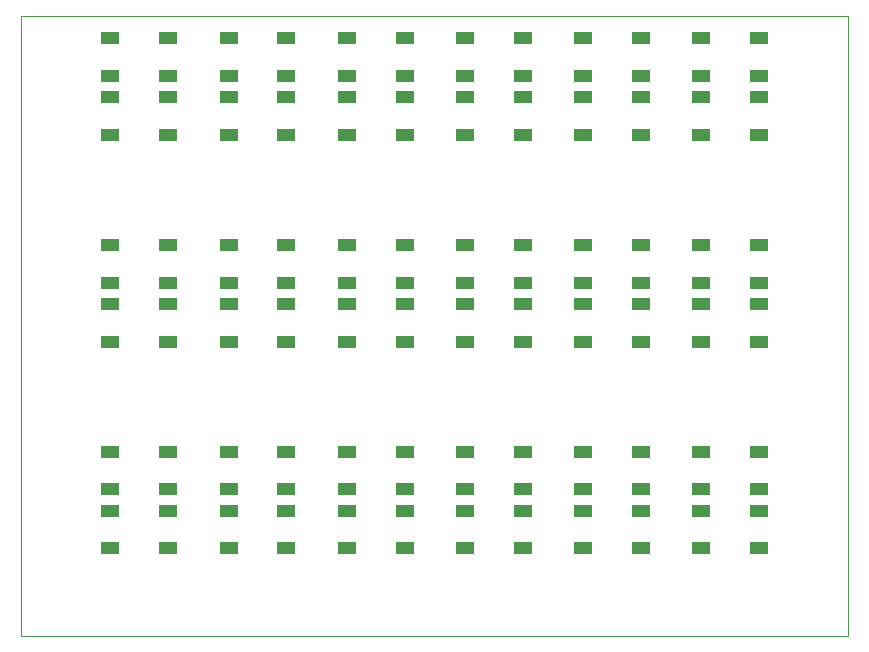
<source format=gbr>
G04 #@! TF.GenerationSoftware,KiCad,Pcbnew,5.1.10-88a1d61d58~90~ubuntu21.04.1*
G04 #@! TF.CreationDate,2021-10-15T10:00:42+02:00*
G04 #@! TF.ProjectId,IndicatorLeds,496e6469-6361-4746-9f72-4c6564732e6b,rev?*
G04 #@! TF.SameCoordinates,Original*
G04 #@! TF.FileFunction,Paste,Top*
G04 #@! TF.FilePolarity,Positive*
%FSLAX46Y46*%
G04 Gerber Fmt 4.6, Leading zero omitted, Abs format (unit mm)*
G04 Created by KiCad (PCBNEW 5.1.10-88a1d61d58~90~ubuntu21.04.1) date 2021-10-15 10:00:42*
%MOMM*%
%LPD*%
G01*
G04 APERTURE LIST*
G04 #@! TA.AperFunction,Profile*
%ADD10C,0.100000*%
G04 #@! TD*
%ADD11R,1.500000X1.000000*%
G04 APERTURE END LIST*
D10*
X45000000Y-49999000D02*
X110000000Y-49999000D01*
X45000000Y-102501000D02*
X45000000Y-49999000D01*
X115001000Y-102501000D02*
X45000000Y-102501000D01*
X115001000Y-49999000D02*
X115001000Y-102501000D01*
X110000000Y-49999000D02*
X115001000Y-49999000D01*
D11*
G04 #@! TO.C,D1*
X107450026Y-95100011D03*
X107450026Y-91900011D03*
X102550026Y-95100011D03*
X102550026Y-91900011D03*
G04 #@! TD*
G04 #@! TO.C,D2*
X107450026Y-90100011D03*
X107450026Y-86900011D03*
X102550026Y-90100011D03*
X102550026Y-86900011D03*
G04 #@! TD*
G04 #@! TO.C,D1*
X97450021Y-95100011D03*
X97450021Y-91900011D03*
X92550021Y-95100011D03*
X92550021Y-91900011D03*
G04 #@! TD*
G04 #@! TO.C,D2*
X97450021Y-90100011D03*
X97450021Y-86900011D03*
X92550021Y-90100011D03*
X92550021Y-86900011D03*
G04 #@! TD*
G04 #@! TO.C,D1*
X87450016Y-95100011D03*
X87450016Y-91900011D03*
X82550016Y-95100011D03*
X82550016Y-91900011D03*
G04 #@! TD*
G04 #@! TO.C,D2*
X87450016Y-90100011D03*
X87450016Y-86900011D03*
X82550016Y-90100011D03*
X82550016Y-86900011D03*
G04 #@! TD*
G04 #@! TO.C,D1*
X77450011Y-95100011D03*
X77450011Y-91900011D03*
X72550011Y-95100011D03*
X72550011Y-91900011D03*
G04 #@! TD*
G04 #@! TO.C,D2*
X77450011Y-90100011D03*
X77450011Y-86900011D03*
X72550011Y-90100011D03*
X72550011Y-86900011D03*
G04 #@! TD*
G04 #@! TO.C,D1*
X67450006Y-95100011D03*
X67450006Y-91900011D03*
X62550006Y-95100011D03*
X62550006Y-91900011D03*
G04 #@! TD*
G04 #@! TO.C,D2*
X67450006Y-90100011D03*
X67450006Y-86900011D03*
X62550006Y-90100011D03*
X62550006Y-86900011D03*
G04 #@! TD*
G04 #@! TO.C,D1*
X57450001Y-95100011D03*
X57450001Y-91900011D03*
X52550001Y-95100011D03*
X52550001Y-91900011D03*
G04 #@! TD*
G04 #@! TO.C,D2*
X57450001Y-90100011D03*
X57450001Y-86900011D03*
X52550001Y-90100011D03*
X52550001Y-86900011D03*
G04 #@! TD*
G04 #@! TO.C,D1*
X107450026Y-77600006D03*
X107450026Y-74400006D03*
X102550026Y-77600006D03*
X102550026Y-74400006D03*
G04 #@! TD*
G04 #@! TO.C,D2*
X107450026Y-72600006D03*
X107450026Y-69400006D03*
X102550026Y-72600006D03*
X102550026Y-69400006D03*
G04 #@! TD*
G04 #@! TO.C,D1*
X97450021Y-77600006D03*
X97450021Y-74400006D03*
X92550021Y-77600006D03*
X92550021Y-74400006D03*
G04 #@! TD*
G04 #@! TO.C,D2*
X97450021Y-72600006D03*
X97450021Y-69400006D03*
X92550021Y-72600006D03*
X92550021Y-69400006D03*
G04 #@! TD*
G04 #@! TO.C,D1*
X87450016Y-77600006D03*
X87450016Y-74400006D03*
X82550016Y-77600006D03*
X82550016Y-74400006D03*
G04 #@! TD*
G04 #@! TO.C,D2*
X87450016Y-72600006D03*
X87450016Y-69400006D03*
X82550016Y-72600006D03*
X82550016Y-69400006D03*
G04 #@! TD*
G04 #@! TO.C,D1*
X77450011Y-77600006D03*
X77450011Y-74400006D03*
X72550011Y-77600006D03*
X72550011Y-74400006D03*
G04 #@! TD*
G04 #@! TO.C,D2*
X77450011Y-72600006D03*
X77450011Y-69400006D03*
X72550011Y-72600006D03*
X72550011Y-69400006D03*
G04 #@! TD*
G04 #@! TO.C,D1*
X67450006Y-77600006D03*
X67450006Y-74400006D03*
X62550006Y-77600006D03*
X62550006Y-74400006D03*
G04 #@! TD*
G04 #@! TO.C,D2*
X67450006Y-72600006D03*
X67450006Y-69400006D03*
X62550006Y-72600006D03*
X62550006Y-69400006D03*
G04 #@! TD*
G04 #@! TO.C,D1*
X57450001Y-77600006D03*
X57450001Y-74400006D03*
X52550001Y-77600006D03*
X52550001Y-74400006D03*
G04 #@! TD*
G04 #@! TO.C,D2*
X57450001Y-72600006D03*
X57450001Y-69400006D03*
X52550001Y-72600006D03*
X52550001Y-69400006D03*
G04 #@! TD*
G04 #@! TO.C,D1*
X107450026Y-60100001D03*
X107450026Y-56900001D03*
X102550026Y-60100001D03*
X102550026Y-56900001D03*
G04 #@! TD*
G04 #@! TO.C,D2*
X107450026Y-55100001D03*
X107450026Y-51900001D03*
X102550026Y-55100001D03*
X102550026Y-51900001D03*
G04 #@! TD*
G04 #@! TO.C,D1*
X97450021Y-60100001D03*
X97450021Y-56900001D03*
X92550021Y-60100001D03*
X92550021Y-56900001D03*
G04 #@! TD*
G04 #@! TO.C,D2*
X97450021Y-55100001D03*
X97450021Y-51900001D03*
X92550021Y-55100001D03*
X92550021Y-51900001D03*
G04 #@! TD*
G04 #@! TO.C,D1*
X87450016Y-60100001D03*
X87450016Y-56900001D03*
X82550016Y-60100001D03*
X82550016Y-56900001D03*
G04 #@! TD*
G04 #@! TO.C,D2*
X87450016Y-55100001D03*
X87450016Y-51900001D03*
X82550016Y-55100001D03*
X82550016Y-51900001D03*
G04 #@! TD*
G04 #@! TO.C,D1*
X77450011Y-60100001D03*
X77450011Y-56900001D03*
X72550011Y-60100001D03*
X72550011Y-56900001D03*
G04 #@! TD*
G04 #@! TO.C,D2*
X77450011Y-55100001D03*
X77450011Y-51900001D03*
X72550011Y-55100001D03*
X72550011Y-51900001D03*
G04 #@! TD*
G04 #@! TO.C,D1*
X67450006Y-60100001D03*
X67450006Y-56900001D03*
X62550006Y-60100001D03*
X62550006Y-56900001D03*
G04 #@! TD*
G04 #@! TO.C,D2*
X67450006Y-55100001D03*
X67450006Y-51900001D03*
X62550006Y-55100001D03*
X62550006Y-51900001D03*
G04 #@! TD*
G04 #@! TO.C,D1*
X57450001Y-60100001D03*
X57450001Y-56900001D03*
X52550001Y-60100001D03*
X52550001Y-56900001D03*
G04 #@! TD*
G04 #@! TO.C,D2*
X57450001Y-55100001D03*
X57450001Y-51900001D03*
X52550001Y-55100001D03*
X52550001Y-51900001D03*
G04 #@! TD*
M02*

</source>
